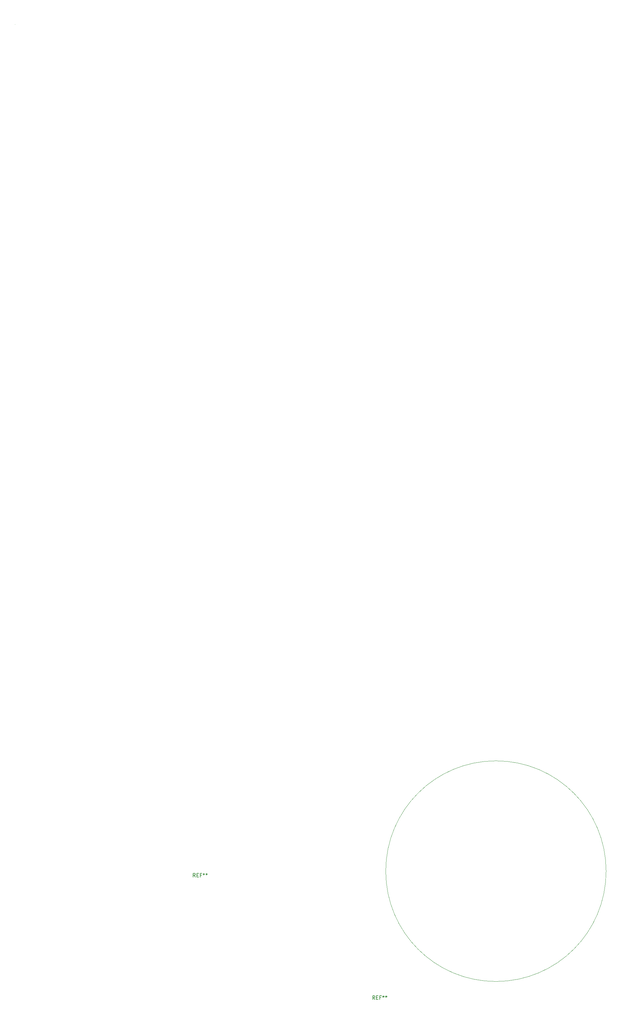
<source format=gto>
G04 #@! TF.FileFunction,Legend,Top*
%FSLAX46Y46*%
G04 Gerber Fmt 4.6, Leading zero omitted, Abs format (unit mm)*
G04 Created by KiCad (PCBNEW 4.0.7) date Fri Jul 20 16:51:51 2018*
%MOMM*%
%LPD*%
G01*
G04 APERTURE LIST*
%ADD10C,0.100000*%
%ADD11C,0.150000*%
G04 APERTURE END LIST*
D10*
X154600042Y-96911970D02*
G75*
G03X154600042Y-96911970I-30000000J0D01*
G01*
X-6350000Y133350000D02*
G75*
G03X-6350000Y133350000I0J0D01*
G01*
D11*
X91630667Y-131770381D02*
X91297333Y-131294190D01*
X91059238Y-131770381D02*
X91059238Y-130770381D01*
X91440191Y-130770381D01*
X91535429Y-130818000D01*
X91583048Y-130865619D01*
X91630667Y-130960857D01*
X91630667Y-131103714D01*
X91583048Y-131198952D01*
X91535429Y-131246571D01*
X91440191Y-131294190D01*
X91059238Y-131294190D01*
X92059238Y-131246571D02*
X92392572Y-131246571D01*
X92535429Y-131770381D02*
X92059238Y-131770381D01*
X92059238Y-130770381D01*
X92535429Y-130770381D01*
X93297334Y-131246571D02*
X92964000Y-131246571D01*
X92964000Y-131770381D02*
X92964000Y-130770381D01*
X93440191Y-130770381D01*
X93964000Y-130770381D02*
X93964000Y-131008476D01*
X93725905Y-130913238D02*
X93964000Y-131008476D01*
X94202096Y-130913238D01*
X93821143Y-131198952D02*
X93964000Y-131008476D01*
X94106858Y-131198952D01*
X94725905Y-130770381D02*
X94725905Y-131008476D01*
X94487810Y-130913238D02*
X94725905Y-131008476D01*
X94964001Y-130913238D01*
X94583048Y-131198952D02*
X94725905Y-131008476D01*
X94868763Y-131198952D01*
X42735667Y-98496381D02*
X42402333Y-98020190D01*
X42164238Y-98496381D02*
X42164238Y-97496381D01*
X42545191Y-97496381D01*
X42640429Y-97544000D01*
X42688048Y-97591619D01*
X42735667Y-97686857D01*
X42735667Y-97829714D01*
X42688048Y-97924952D01*
X42640429Y-97972571D01*
X42545191Y-98020190D01*
X42164238Y-98020190D01*
X43164238Y-97972571D02*
X43497572Y-97972571D01*
X43640429Y-98496381D02*
X43164238Y-98496381D01*
X43164238Y-97496381D01*
X43640429Y-97496381D01*
X44402334Y-97972571D02*
X44069000Y-97972571D01*
X44069000Y-98496381D02*
X44069000Y-97496381D01*
X44545191Y-97496381D01*
X45069000Y-97496381D02*
X45069000Y-97734476D01*
X44830905Y-97639238D02*
X45069000Y-97734476D01*
X45307096Y-97639238D01*
X44926143Y-97924952D02*
X45069000Y-97734476D01*
X45211858Y-97924952D01*
X45830905Y-97496381D02*
X45830905Y-97734476D01*
X45592810Y-97639238D02*
X45830905Y-97734476D01*
X46069001Y-97639238D01*
X45688048Y-97924952D02*
X45830905Y-97734476D01*
X45973763Y-97924952D01*
M02*

</source>
